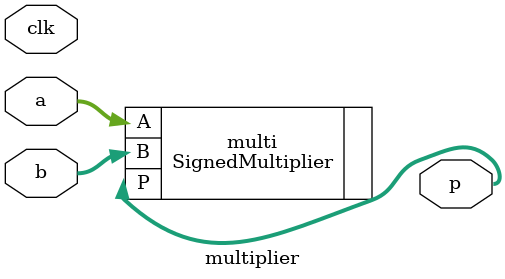
<source format=v>
/* 
 * Copyright (C): 2020
 * Author:        Wen Wang <wen.wang.ww349@yale.edu>
 * Updated:       2020-04-11
 *          
 * This program is free software; you can redistribute it and/or modify
 * it under the terms of the GNU General Public License as published by
 * the Free Software Foundation; either version 3 of the License, or
 * (at your option) any later version.
 *
 * This program is distributed in the hope that it will be useful,
 * but WITHOUT ANY WARRANTY; without even the implied warranty of
 * MERCHANTABILITY or FITNESS FOR A PARTICULAR PURPOSE.  See the
 * GNU General Public License for more details.
 *
 * You should have received a copy of the GNU General Public License
 * along with this program; if not, write to the Free Software Foundation,
 * Inc., 51 Franklin Street, Fifth Floor, Boston, MA 02110-1301  USA
 *
*/

module multiplier
	#(
    parameter WIDTH_IN = 24 
  )
 (
  input  wire                        clk,
  input  wire signed [WIDTH_IN-1:0]  a,
  input  wire signed [WIDTH_IN-1:0]  b,
  output wire signed [2*WIDTH_IN-1:0] p
  );
  
  //assign p = a*b;
 SignedMultiplier #(.n(WIDTH_IN),.m(WIDTH_IN))multi(.A(a), .B(b), .P(p));

endmodule // multiplier

</source>
